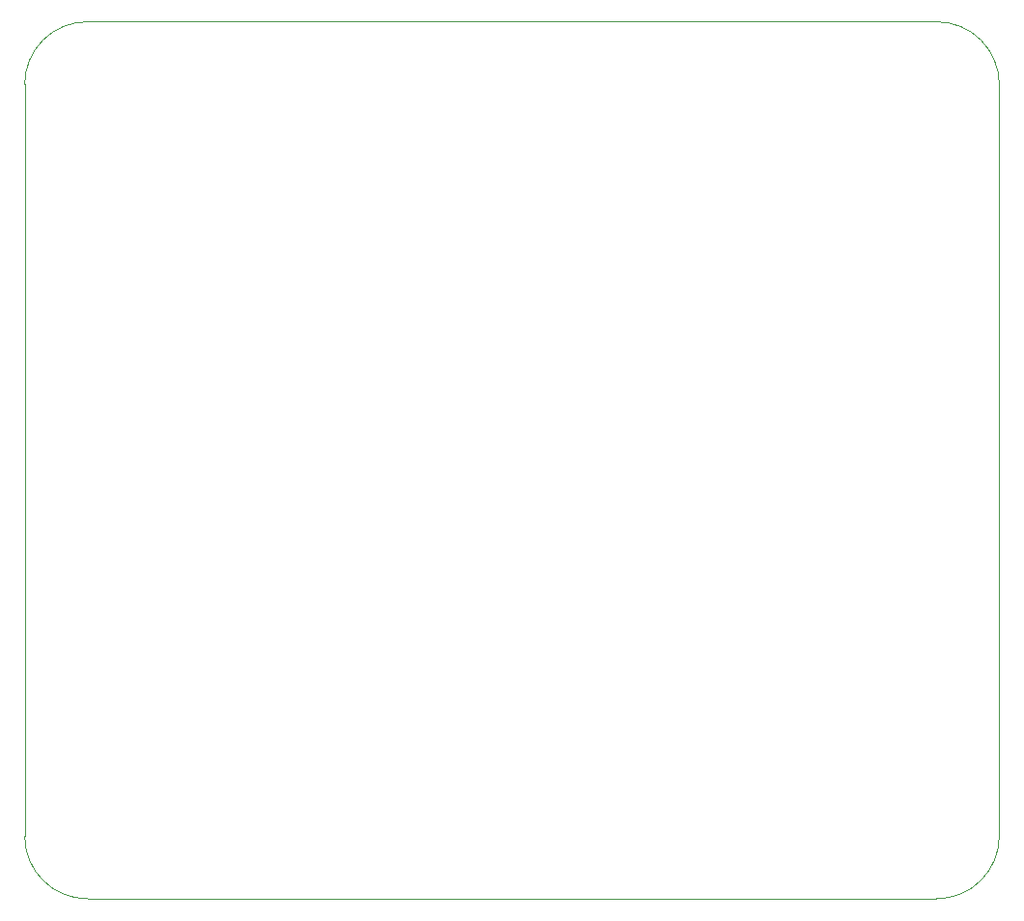
<source format=gm1>
G04 #@! TF.GenerationSoftware,KiCad,Pcbnew,9.0.5*
G04 #@! TF.CreationDate,2025-10-19T17:42:20-05:00*
G04 #@! TF.ProjectId,Digital IO Board Rev B,44696769-7461-46c2-9049-4f20426f6172,rev?*
G04 #@! TF.SameCoordinates,Original*
G04 #@! TF.FileFunction,Profile,NP*
%FSLAX46Y46*%
G04 Gerber Fmt 4.6, Leading zero omitted, Abs format (unit mm)*
G04 Created by KiCad (PCBNEW 9.0.5) date 2025-10-19 17:42:20*
%MOMM*%
%LPD*%
G01*
G04 APERTURE LIST*
G04 #@! TA.AperFunction,Profile*
%ADD10C,0.050000*%
G04 #@! TD*
G04 APERTURE END LIST*
D10*
X174500000Y-40000000D02*
X174500000Y-106000000D01*
X89000000Y-106000000D02*
X89000000Y-40000000D01*
X169000000Y-34500000D02*
G75*
G02*
X174500000Y-40000000I0J-5500000D01*
G01*
X169000000Y-111500000D02*
X94500000Y-111500000D01*
X89000000Y-40000000D02*
G75*
G02*
X94500000Y-34500000I5500000J0D01*
G01*
X94500000Y-111500000D02*
G75*
G02*
X89000000Y-106000000I0J5500000D01*
G01*
X174500000Y-106000000D02*
G75*
G02*
X169000000Y-111500000I-5500000J0D01*
G01*
X94500000Y-34500000D02*
X169000000Y-34500000D01*
M02*

</source>
